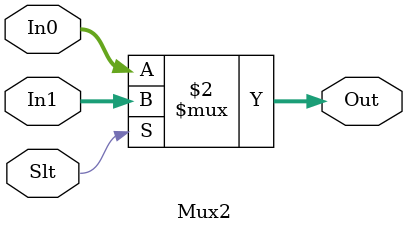
<source format=v>
`timescale 1ns / 1ps
module Mux2 #(parameter WIDTH=8)
(
    input [WIDTH-1:0] In0,
    input [WIDTH-1:0] In1,
    input Slt,
    output [WIDTH-1:0]Out
    );
assign Out=(Slt==0)?In0:In1;

endmodule
</source>
